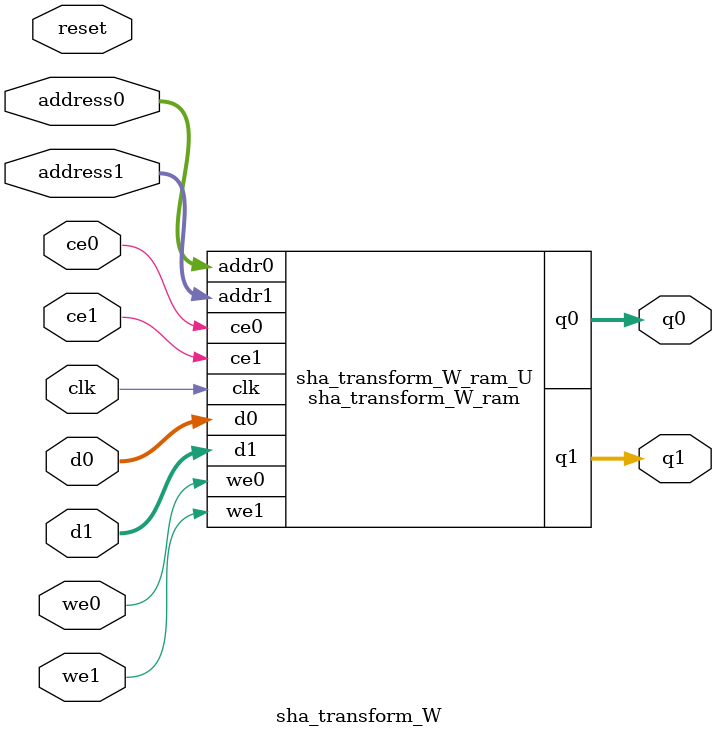
<source format=v>
/* verilator lint_off WIDTH */
/* verilator lint_off DECLFILENAME */
/* verilator lint_off STMTDLY */
// ==============================================================
// File generated by Vivado(TM) HLS - High-Level Synthesis from C, C++ and SystemC
// Version: 2016.4
// Copyright (C) 1986-2016 Xilinx, Inc. All Rights Reserved.
// 
// ==============================================================
/* verilator lint_off UNUSED */
`timescale 1 ns / 1 ps
module sha_transform_W_ram (addr0, ce0, d0, we0, q0, addr1, ce1, d1, we1, q1,  clk);

parameter DWIDTH = 32;
parameter AWIDTH = 7;
parameter MEM_SIZE = 80;

input[AWIDTH-1:0] addr0;
input ce0;
input[DWIDTH-1:0] d0;
input we0;
output reg[DWIDTH-1:0] q0;
input[AWIDTH-1:0] addr1;
input ce1;
input[DWIDTH-1:0] d1;
input we1;
output reg[DWIDTH-1:0] q1;
input clk;

(* ram_style = "block" *)reg [DWIDTH-1:0] ram[0:MEM_SIZE-1];




always @(posedge clk)  
begin 
    if (ce0) 
    begin
        if (we0) 
        begin 
            ram[addr0] <= d0; 
            q0 <= d0;
        end 
        else 
            q0 <= ram[addr0];
    end
end


always @(posedge clk)  
begin 
    if (ce1) 
    begin
        if (we1) 
        begin 
            ram[addr1] <= d1; 
            q1 <= d1;
        end 
        else 
            q1 <= ram[addr1];
    end
end


endmodule


`timescale 1 ns / 1 ps
module sha_transform_W(
    reset,
    clk,
    address0,
    ce0,
    we0,
    d0,
    q0,
    address1,
    ce1,
    we1,
    d1,
    q1);

parameter DataWidth = 32'd32;
parameter AddressRange = 32'd80;
parameter AddressWidth = 32'd7;
input reset;
input clk;
input[AddressWidth - 1:0] address0;
input ce0;
input we0;
input[DataWidth - 1:0] d0;
output[DataWidth - 1:0] q0;
input[AddressWidth - 1:0] address1;
input ce1;
input we1;
input[DataWidth - 1:0] d1;
output[DataWidth - 1:0] q1;



sha_transform_W_ram sha_transform_W_ram_U(
    .clk( clk ),
    .addr0( address0 ),
    .ce0( ce0 ),
    .d0( d0 ),
    .we0( we0 ),
    .q0( q0 ),
    .addr1( address1 ),
    .ce1( ce1 ),
    .d1( d1 ),
    .we1( we1 ),
    .q1( q1 ));

endmodule


</source>
